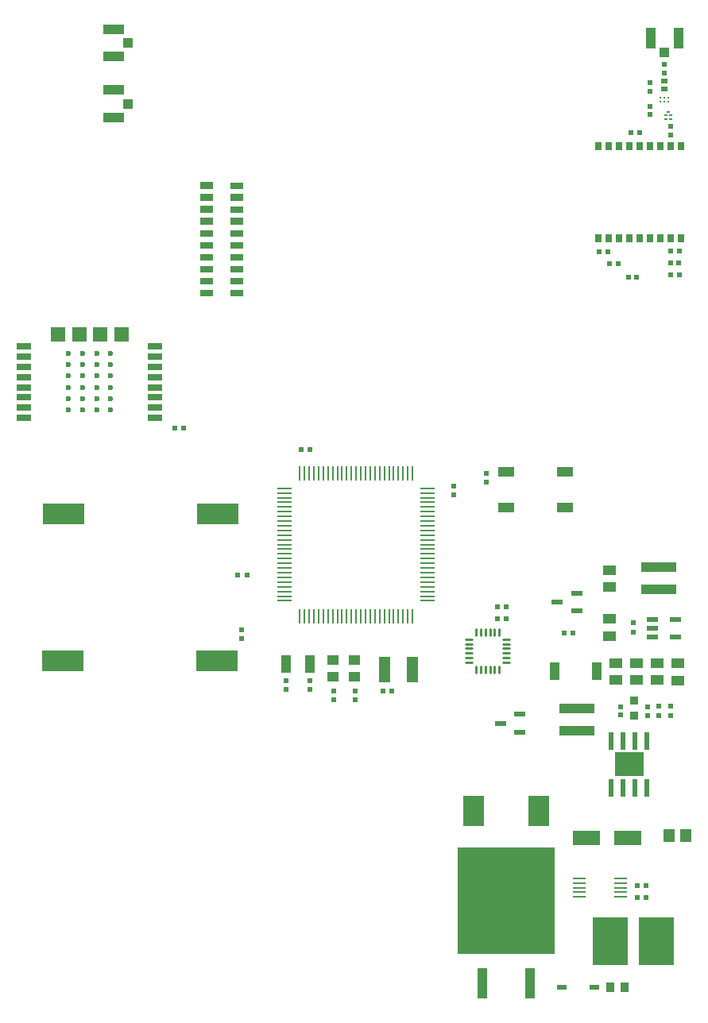
<source format=gbr>
G04 EAGLE Gerber RS-274X export*
G75*
%MOMM*%
%FSLAX34Y34*%
%LPD*%
%INSolderpaste Top*%
%IPPOS*%
%AMOC8*
5,1,8,0,0,1.08239X$1,22.5*%
G01*
%ADD10R,1.700000X1.000000*%
%ADD11R,0.280000X1.488400*%
%ADD12R,1.488400X0.280000*%
%ADD13R,1.469972X0.740169*%
%ADD14R,1.473597X0.749319*%
%ADD15R,1.468559X0.747891*%
%ADD16R,1.472806X0.745769*%
%ADD17R,1.469772X0.740909*%
%ADD18R,1.471466X0.742219*%
%ADD19R,1.468278X0.744459*%
%ADD20R,1.474547X0.744409*%
%ADD21R,1.468575X0.741634*%
%ADD22R,1.474387X0.741884*%
%ADD23R,1.469119X0.739738*%
%ADD24R,1.473488X0.739609*%
%ADD25R,1.468909X0.738100*%
%ADD26R,1.474206X0.737250*%
%ADD27R,1.468338X0.734691*%
%ADD28R,1.471278X0.738469*%
%ADD29R,1.468472X0.732919*%
%ADD30R,1.472747X0.735231*%
%ADD31R,1.469334X0.735950*%
%ADD32R,1.473966X0.730959*%
%ADD33R,1.470000X0.740003*%
%ADD34R,0.622500X0.597500*%
%ADD35R,0.597500X0.622500*%
%ADD36R,1.185400X2.715300*%
%ADD37R,0.554800X0.622500*%
%ADD38R,0.622500X0.554800*%
%ADD39R,1.400000X1.110000*%
%ADD40R,0.599100X1.968500*%
%ADD41R,3.100000X2.600000*%
%ADD42R,1.300000X1.100000*%
%ADD43R,1.100000X1.900000*%
%ADD44R,4.500000X2.300000*%
%ADD45R,1.160000X1.470000*%
%ADD46R,1.480000X1.100000*%
%ADD47R,0.950000X0.859800*%
%ADD48R,1.240200X0.589100*%
%ADD49R,3.700000X0.980000*%
%ADD50R,3.000000X1.600000*%
%ADD51R,1.500000X0.700000*%
%ADD52C,0.600000*%
%ADD53R,1.500000X1.500000*%
%ADD54R,1.298200X0.601500*%
%ADD55R,0.660400X0.876300*%
%ADD56R,0.540000X0.600000*%
%ADD57R,0.350000X0.250000*%
%ADD58R,0.250000X0.250000*%
%ADD59R,0.730000X0.510000*%
%ADD60R,1.000000X1.050000*%
%ADD61R,1.050000X2.200000*%
%ADD62R,1.395600X0.280000*%
%ADD63R,3.838500X5.112300*%
%ADD64R,0.870000X0.980000*%
%ADD65R,2.300000X3.300000*%
%ADD66R,0.990000X1.920000*%
%ADD67R,1.111200X0.600800*%
%ADD68C,0.270000*%
%ADD69R,1.050000X1.000000*%
%ADD70R,2.200000X1.050000*%
%ADD71R,0.990600X3.200400*%
%ADD72R,10.414000X11.455400*%
%ADD73R,1.270000X0.533400*%


D10*
X567900Y588942D03*
X567900Y550942D03*
X630900Y588942D03*
X630900Y550942D03*
D11*
X348000Y435096D03*
X353000Y435096D03*
X358000Y435096D03*
X363000Y435096D03*
X368000Y435096D03*
X373000Y435096D03*
X378000Y435096D03*
X383000Y435096D03*
X388000Y435096D03*
X393000Y435096D03*
X398000Y435096D03*
X403000Y435096D03*
X408000Y435096D03*
X413000Y435096D03*
X418000Y435096D03*
X423000Y435096D03*
X428000Y435096D03*
X433000Y435096D03*
X438000Y435096D03*
X443000Y435096D03*
X448000Y435096D03*
X453000Y435096D03*
X458000Y435096D03*
X463000Y435096D03*
X468000Y435096D03*
D12*
X484204Y451300D03*
X484204Y456300D03*
X484204Y461300D03*
X484204Y466300D03*
X484204Y471300D03*
X484204Y476300D03*
X484204Y481300D03*
X484204Y486300D03*
X484204Y491300D03*
X484204Y496300D03*
X484204Y501300D03*
X484204Y506300D03*
X484204Y511300D03*
X484204Y516300D03*
X484204Y521300D03*
X484204Y526300D03*
X484204Y531300D03*
X484204Y536300D03*
X484204Y541300D03*
X484204Y546300D03*
X484204Y551300D03*
X484204Y556300D03*
X484204Y561300D03*
X484204Y566300D03*
X484204Y571300D03*
D11*
X468000Y587504D03*
X463000Y587504D03*
X458000Y587504D03*
X453000Y587504D03*
X448000Y587504D03*
X443000Y587504D03*
X438000Y587504D03*
X433000Y587504D03*
X428000Y587504D03*
X423000Y587504D03*
X418000Y587504D03*
X413000Y587504D03*
X408000Y587504D03*
X403000Y587504D03*
X398000Y587504D03*
X393000Y587504D03*
X388000Y587504D03*
X383000Y587504D03*
X378000Y587504D03*
X373000Y587504D03*
X368000Y587504D03*
X363000Y587504D03*
X358000Y587504D03*
X353000Y587504D03*
X348000Y587504D03*
D12*
X331796Y571300D03*
X331796Y566300D03*
X331796Y561300D03*
X331796Y556300D03*
X331796Y551300D03*
X331796Y546300D03*
X331796Y541300D03*
X331796Y536300D03*
X331796Y531300D03*
X331796Y526300D03*
X331796Y521300D03*
X331796Y516300D03*
X331796Y511300D03*
X331796Y506300D03*
X331796Y501300D03*
X331796Y496300D03*
X331796Y491300D03*
X331796Y486300D03*
X331796Y481300D03*
X331796Y476300D03*
X331796Y471300D03*
X331796Y466300D03*
X331796Y461300D03*
X331796Y456300D03*
X331796Y451300D03*
D13*
X281130Y894051D03*
D14*
X248852Y894097D03*
D15*
X281137Y881389D03*
D16*
X248856Y881379D03*
D17*
X281131Y868655D03*
D18*
X248863Y868661D03*
D19*
X281139Y855972D03*
D20*
X248847Y855972D03*
D21*
X281137Y843258D03*
D22*
X248848Y843259D03*
D23*
X281134Y830549D03*
D24*
X248853Y830548D03*
D25*
X281135Y817841D03*
D26*
X248849Y817836D03*
D27*
X281138Y805123D03*
D28*
X248864Y805142D03*
D29*
X281138Y792415D03*
D30*
X248856Y792426D03*
D31*
X281133Y779730D03*
D32*
X248850Y779705D03*
D33*
X281130Y894050D03*
X248870Y894050D03*
X281130Y881350D03*
X248870Y881350D03*
X281130Y868650D03*
X248870Y868650D03*
X281130Y855950D03*
X248870Y855950D03*
X281130Y843250D03*
X248870Y843250D03*
X281130Y830550D03*
X248870Y830550D03*
X281130Y817850D03*
X248870Y817850D03*
X281130Y805150D03*
X248870Y805150D03*
X281130Y792450D03*
X248870Y792450D03*
X281130Y779750D03*
X248870Y779750D03*
D34*
X546826Y587307D03*
X546826Y578057D03*
D35*
X436725Y355166D03*
X445975Y355166D03*
D36*
X438384Y378052D03*
X467684Y378052D03*
D34*
X512100Y564275D03*
X512100Y573525D03*
D35*
X358311Y612860D03*
X349061Y612860D03*
D34*
X406834Y355289D03*
X406834Y346039D03*
X383964Y355289D03*
X383964Y346039D03*
X358764Y365989D03*
X358764Y356739D03*
X333164Y365989D03*
X333164Y356739D03*
D37*
X281876Y478447D03*
X291552Y478447D03*
D34*
X286200Y411075D03*
X286200Y420325D03*
D38*
X703000Y427838D03*
X703000Y418162D03*
D39*
X678000Y432096D03*
X678000Y413904D03*
X678000Y484096D03*
X678000Y465904D03*
D40*
X679950Y252266D03*
X692650Y252266D03*
X705350Y252266D03*
X718050Y252266D03*
X718050Y301734D03*
X705350Y301734D03*
X692650Y301734D03*
X679950Y301734D03*
D41*
X699000Y277000D03*
D42*
X383500Y370000D03*
X406500Y370000D03*
X406500Y388000D03*
X383500Y388000D03*
D43*
X333500Y384000D03*
X358500Y384000D03*
D44*
X259350Y387700D03*
X95350Y387700D03*
D45*
X759250Y201100D03*
X741750Y201100D03*
D46*
X685000Y385130D03*
X685000Y366870D03*
X750800Y384830D03*
X750800Y366570D03*
D34*
X690000Y329375D03*
X690000Y338625D03*
D38*
X730800Y329262D03*
X730800Y338938D03*
X743400Y338938D03*
X743400Y329262D03*
X718400Y338638D03*
X718400Y328962D03*
D47*
X704200Y329049D03*
X704200Y344951D03*
D35*
X638625Y417000D03*
X629375Y417000D03*
D48*
X643556Y440500D03*
X643556Y459500D03*
X622444Y450000D03*
D49*
X643000Y313050D03*
X643000Y336750D03*
D50*
X653300Y198900D03*
X697300Y198900D03*
D49*
X730000Y463150D03*
X730000Y486850D03*
D51*
X54000Y723000D03*
X54000Y712000D03*
X54000Y701000D03*
X54000Y690000D03*
X54000Y679000D03*
X54000Y668000D03*
X54000Y657000D03*
X54000Y646000D03*
X194000Y646000D03*
X194000Y657000D03*
X194000Y668000D03*
X194000Y679000D03*
X194000Y690000D03*
X194000Y701000D03*
X194000Y712000D03*
X194000Y723000D03*
D52*
X101500Y655000D03*
X116500Y655000D03*
X131500Y655000D03*
X146500Y655000D03*
X101500Y667000D03*
X116500Y667000D03*
X131500Y667000D03*
X146500Y667000D03*
X101500Y679000D03*
X116500Y679000D03*
X131500Y679000D03*
X146500Y679000D03*
X101500Y691000D03*
X116500Y691000D03*
X131500Y691000D03*
X146500Y691000D03*
X101500Y703000D03*
X101500Y715000D03*
X116500Y715000D03*
X116500Y703000D03*
X131500Y703000D03*
X131500Y715000D03*
X146500Y715000D03*
X146500Y703000D03*
D53*
X90300Y735000D03*
X112800Y735000D03*
X135300Y735000D03*
X157800Y735000D03*
D37*
X214462Y635000D03*
X224138Y635000D03*
D54*
X582166Y311200D03*
X582166Y330200D03*
X561634Y320700D03*
D55*
X666000Y837788D03*
X677000Y837788D03*
X688000Y837788D03*
X699000Y837788D03*
X710000Y837788D03*
X721000Y837788D03*
X732000Y837788D03*
X743000Y837788D03*
X754000Y837788D03*
X754000Y936213D03*
X743000Y936213D03*
X732000Y936213D03*
X721000Y936213D03*
X710000Y936213D03*
X699000Y936213D03*
X688000Y936213D03*
X677000Y936213D03*
X666000Y936213D03*
D56*
X743280Y811600D03*
X751920Y811600D03*
D35*
X752625Y799100D03*
X743375Y799100D03*
X743075Y824000D03*
X752325Y824000D03*
X678175Y810900D03*
X687425Y810900D03*
X666675Y823500D03*
X675925Y823500D03*
X697875Y796100D03*
X707125Y796100D03*
X701175Y950200D03*
X710425Y950200D03*
D34*
X742900Y947675D03*
X742900Y956925D03*
D57*
X740400Y972600D03*
X737900Y968600D03*
X742900Y968600D03*
X737900Y964600D03*
X742900Y964600D03*
D58*
X732500Y983300D03*
X736500Y983300D03*
X740500Y983300D03*
X740500Y987300D03*
X736500Y987300D03*
X732500Y987300D03*
D59*
X736500Y996600D03*
X736500Y1005800D03*
D34*
X736400Y1014275D03*
X736400Y1023525D03*
X721000Y978725D03*
X721000Y969475D03*
D38*
X721400Y1004038D03*
X721400Y994362D03*
D60*
X736700Y1035850D03*
D61*
X721950Y1051100D03*
X751450Y1051100D03*
D44*
X260350Y543700D03*
X96350Y543700D03*
D62*
X646127Y155600D03*
X646127Y150600D03*
X646127Y145600D03*
X646127Y140600D03*
X646127Y135600D03*
X689873Y135600D03*
X689873Y140600D03*
X689873Y145600D03*
X689873Y150600D03*
X689873Y155600D03*
D63*
X679115Y88800D03*
X728155Y88800D03*
D37*
X707162Y147600D03*
X716838Y147600D03*
X707162Y134600D03*
X716838Y134600D03*
D64*
X678700Y39000D03*
X694300Y39000D03*
D65*
X532900Y227700D03*
X602900Y227700D03*
D66*
X619900Y376000D03*
X664100Y376000D03*
D67*
X627450Y39400D03*
X661950Y39400D03*
D35*
X558375Y445000D03*
X567625Y445000D03*
D68*
X535500Y381604D02*
X535500Y374704D01*
X540500Y374704D02*
X540500Y381604D01*
X545500Y381604D02*
X545500Y374704D01*
X550500Y374704D02*
X550500Y381604D01*
X555500Y381604D02*
X555500Y374704D01*
X560500Y374704D02*
X560500Y381604D01*
X564396Y385500D02*
X571296Y385500D01*
X571296Y390500D02*
X564396Y390500D01*
X564396Y395500D02*
X571296Y395500D01*
X571296Y400500D02*
X564396Y400500D01*
X564396Y405500D02*
X571296Y405500D01*
X571296Y410500D02*
X564396Y410500D01*
X560500Y414396D02*
X560500Y421296D01*
X555500Y421296D02*
X555500Y414396D01*
X550500Y414396D02*
X550500Y421296D01*
X545500Y421296D02*
X545500Y414396D01*
X540500Y414396D02*
X540500Y421296D01*
X535500Y421296D02*
X535500Y414396D01*
X531604Y410500D02*
X524704Y410500D01*
X524704Y405500D02*
X531604Y405500D01*
X531604Y400500D02*
X524704Y400500D01*
X524704Y395500D02*
X531604Y395500D01*
X531604Y390500D02*
X524704Y390500D01*
X524704Y385500D02*
X531604Y385500D01*
D35*
X558375Y432000D03*
X567625Y432000D03*
D69*
X165250Y981000D03*
D70*
X150000Y966250D03*
X150000Y995750D03*
D69*
X165250Y1046000D03*
D70*
X150000Y1031250D03*
X150000Y1060750D03*
D71*
X542700Y43227D03*
D72*
X568100Y131492D03*
D71*
X593500Y43227D03*
D73*
X723808Y431398D03*
X723808Y422000D03*
X723808Y412602D03*
X748192Y412602D03*
X748192Y431398D03*
D46*
X707000Y385130D03*
X707000Y366870D03*
X729000Y385130D03*
X729000Y366870D03*
M02*

</source>
